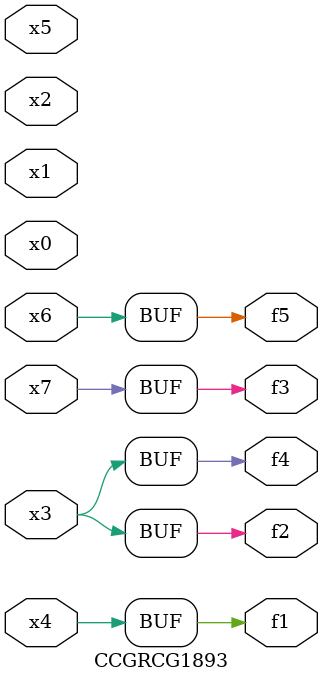
<source format=v>
module CCGRCG1893(
	input x0, x1, x2, x3, x4, x5, x6, x7,
	output f1, f2, f3, f4, f5
);
	assign f1 = x4;
	assign f2 = x3;
	assign f3 = x7;
	assign f4 = x3;
	assign f5 = x6;
endmodule

</source>
